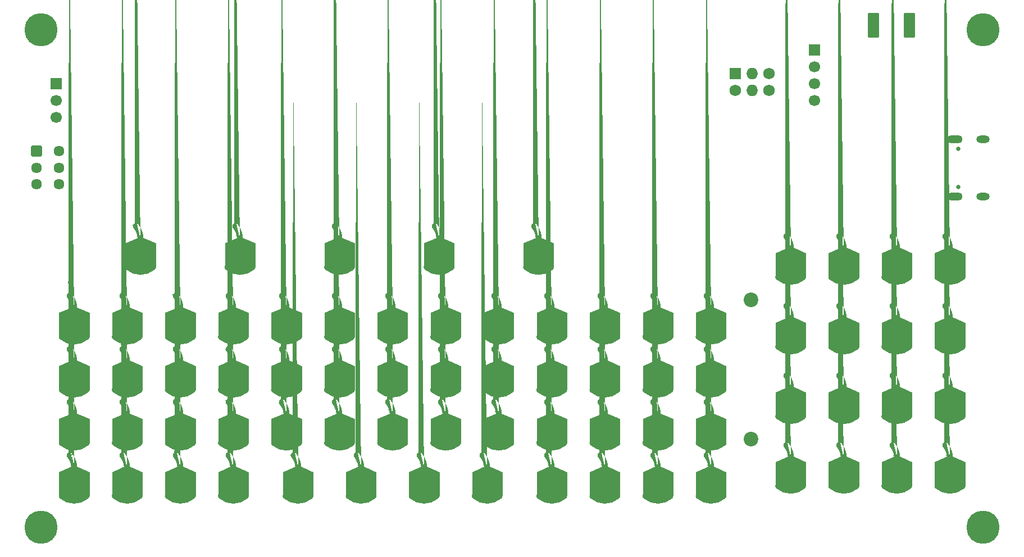
<source format=gbr>
%TF.GenerationSoftware,KiCad,Pcbnew,9.0.3*%
%TF.CreationDate,2025-10-17T08:06:55+02:00*%
%TF.ProjectId,communicator_pcb,636f6d6d-756e-4696-9361-746f725f7063,rev?*%
%TF.SameCoordinates,Original*%
%TF.FileFunction,Soldermask,Top*%
%TF.FilePolarity,Negative*%
%FSLAX46Y46*%
G04 Gerber Fmt 4.6, Leading zero omitted, Abs format (unit mm)*
G04 Created by KiCad (PCBNEW 9.0.3) date 2025-10-17 08:06:55*
%MOMM*%
%LPD*%
G01*
G04 APERTURE LIST*
G04 Aperture macros list*
%AMRoundRect*
0 Rectangle with rounded corners*
0 $1 Rounding radius*
0 $2 $3 $4 $5 $6 $7 $8 $9 X,Y pos of 4 corners*
0 Add a 4 corners polygon primitive as box body*
4,1,4,$2,$3,$4,$5,$6,$7,$8,$9,$2,$3,0*
0 Add four circle primitives for the rounded corners*
1,1,$1+$1,$2,$3*
1,1,$1+$1,$4,$5*
1,1,$1+$1,$6,$7*
1,1,$1+$1,$8,$9*
0 Add four rect primitives between the rounded corners*
20,1,$1+$1,$2,$3,$4,$5,0*
20,1,$1+$1,$4,$5,$6,$7,0*
20,1,$1+$1,$6,$7,$8,$9,0*
20,1,$1+$1,$8,$9,$2,$3,0*%
%AMFreePoly0*
4,1,52,-0.529408,2.274054,-0.424786,2.220629,-0.337556,2.141945,-0.132558,1.875050,0.044206,1.588672,0.190897,1.285787,0.305993,0.969542,0.388297,0.643224,0.436954,0.310222,0.451459,-0.026003,0.431660,-0.361958,0.377764,-0.694152,0.290330,-1.019133,0.170267,-1.333526,0.018823,-1.634062,-0.162429,-1.917620,-0.371606,-2.181254,-0.460064,-2.258554,-0.565515,-2.310325,-0.680771,-2.333039,
-0.797980,-2.325149,-0.909152,-2.287191,-1.006712,-2.221754,-1.084012,-2.133296,-1.135783,-2.027845,-1.158497,-1.912589,-1.150607,-1.795380,-1.112649,-1.684208,-1.047212,-1.586648,-0.952740,-1.479260,-0.790574,-1.243613,-0.657525,-0.990383,-0.555472,-0.723150,-0.485859,-0.445695,-0.449670,-0.161938,-0.447417,0.124109,-0.479132,0.408401,-0.544366,0.686919,-0.642197,0.955725,-0.771241,1.211020,
-0.929675,1.449193,-1.022444,1.558055,-1.086336,1.656633,-1.122538,1.768390,-1.128581,1.885708,-1.104054,2.000592,-1.050629,2.105214,-0.971945,2.192444,-0.873367,2.256336,-0.761610,2.292538,-0.644292,2.298581,-0.529408,2.274054,-0.529408,2.274054,$1*%
G04 Aperture macros list end*
%ADD10C,0.900000*%
%ADD11C,0.050000*%
%ADD12C,3.400000*%
%ADD13C,5.000000*%
%ADD14R,1.727200X1.727200*%
%ADD15C,1.727200*%
%ADD16O,1.727200X1.727200*%
%ADD17C,2.500000*%
%ADD18FreePoly0,90.000000*%
%ADD19R,1.700000X1.700000*%
%ADD20C,1.700000*%
%ADD21C,2.200000*%
%ADD22RoundRect,0.102000X-0.704000X0.704000X-0.704000X-0.704000X0.704000X-0.704000X0.704000X0.704000X0*%
%ADD23C,1.612000*%
%ADD24C,0.650000*%
%ADD25O,2.304000X1.254000*%
%ADD26O,2.004000X1.104000*%
%ADD27RoundRect,0.102000X-0.750000X1.750000X-0.750000X-1.750000X0.750000X-1.750000X0.750000X1.750000X0*%
G04 APERTURE END LIST*
D10*
%TO.C,SW1*%
X85849995Y-109313742D02*
G75*
G02*
X82135457Y-109301142I-1849996J2150344D01*
G01*
X85849995Y-117313742D02*
G75*
G02*
X82135457Y-117301142I-1849996J2150344D01*
G01*
X85849995Y-125313742D02*
G75*
G02*
X82135457Y-125301142I-1849996J2150344D01*
G01*
X85849995Y-133313742D02*
G75*
G02*
X82135457Y-133301142I-1849996J2150344D01*
G01*
X93849995Y-109313742D02*
G75*
G02*
X90135457Y-109301142I-1849996J2150344D01*
G01*
X93849995Y-117313742D02*
G75*
G02*
X90135457Y-117301142I-1849996J2150344D01*
G01*
X93849995Y-125313742D02*
G75*
G02*
X90135457Y-125301142I-1849996J2150344D01*
G01*
X93849995Y-133313742D02*
G75*
G02*
X90135457Y-133301142I-1849996J2150344D01*
G01*
X95849995Y-98813742D02*
G75*
G02*
X92135457Y-98801142I-1849996J2150344D01*
G01*
X101849995Y-109313742D02*
G75*
G02*
X98135457Y-109301142I-1849996J2150344D01*
G01*
X101849995Y-117313742D02*
G75*
G02*
X98135457Y-117301142I-1849996J2150344D01*
G01*
X101849995Y-125313742D02*
G75*
G02*
X98135457Y-125301142I-1849996J2150344D01*
G01*
X101849995Y-133313742D02*
G75*
G02*
X98135457Y-133301142I-1849996J2150344D01*
G01*
X109849995Y-109313742D02*
G75*
G02*
X106135457Y-109301142I-1849996J2150344D01*
G01*
X109849995Y-117313742D02*
G75*
G02*
X106135457Y-117301142I-1849996J2150344D01*
G01*
X109849995Y-125313742D02*
G75*
G02*
X106135457Y-125301142I-1849996J2150344D01*
G01*
X109849995Y-133313742D02*
G75*
G02*
X106135457Y-133301142I-1849996J2150344D01*
G01*
X110849995Y-98813742D02*
G75*
G02*
X107135457Y-98801142I-1849996J2150344D01*
G01*
X117849995Y-109313742D02*
G75*
G02*
X114135457Y-109301142I-1849996J2150344D01*
G01*
X117849995Y-117313742D02*
G75*
G02*
X114135457Y-117301142I-1849996J2150344D01*
G01*
X117849995Y-125313742D02*
G75*
G02*
X114135457Y-125301142I-1849996J2150344D01*
G01*
X119599995Y-133313742D02*
G75*
G02*
X115885457Y-133301142I-1849996J2150344D01*
G01*
X125849995Y-98813742D02*
G75*
G02*
X122135457Y-98801142I-1849996J2150344D01*
G01*
X125849995Y-109313742D02*
G75*
G02*
X122135457Y-109301142I-1849996J2150344D01*
G01*
X125849995Y-117313742D02*
G75*
G02*
X122135457Y-117301142I-1849996J2150344D01*
G01*
X125849995Y-125313742D02*
G75*
G02*
X122135457Y-125301142I-1849996J2150344D01*
G01*
X129099995Y-133313742D02*
G75*
G02*
X125385457Y-133301142I-1849996J2150344D01*
G01*
X133849995Y-109313742D02*
G75*
G02*
X130135457Y-109301142I-1849996J2150344D01*
G01*
X133849995Y-117313742D02*
G75*
G02*
X130135457Y-117301142I-1849996J2150344D01*
G01*
X133849995Y-125313742D02*
G75*
G02*
X130135457Y-125301142I-1849996J2150344D01*
G01*
X138599995Y-133313742D02*
G75*
G02*
X134885457Y-133301142I-1849996J2150344D01*
G01*
X140849995Y-98813742D02*
G75*
G02*
X137135457Y-98801142I-1849996J2150344D01*
G01*
X141849995Y-109313742D02*
G75*
G02*
X138135457Y-109301142I-1849996J2150344D01*
G01*
X141849995Y-117313742D02*
G75*
G02*
X138135457Y-117301142I-1849996J2150344D01*
G01*
X141849995Y-125313742D02*
G75*
G02*
X138135457Y-125301142I-1849996J2150344D01*
G01*
X148099995Y-133313742D02*
G75*
G02*
X144385457Y-133301142I-1849996J2150344D01*
G01*
X149849995Y-109313742D02*
G75*
G02*
X146135457Y-109301142I-1849996J2150344D01*
G01*
X149849995Y-117313742D02*
G75*
G02*
X146135457Y-117301142I-1849996J2150344D01*
G01*
X149849995Y-125313742D02*
G75*
G02*
X146135457Y-125301142I-1849996J2150344D01*
G01*
X155849995Y-98813742D02*
G75*
G02*
X152135458Y-98801141I-1849995J2150342D01*
G01*
X157849995Y-109313742D02*
G75*
G02*
X154135458Y-109301141I-1849995J2150342D01*
G01*
X157849995Y-117313742D02*
G75*
G02*
X154135458Y-117301141I-1849995J2150342D01*
G01*
X157849995Y-125313742D02*
G75*
G02*
X154135458Y-125301141I-1849995J2150342D01*
G01*
X157849995Y-133313742D02*
G75*
G02*
X154135458Y-133301141I-1849995J2150342D01*
G01*
X165849995Y-109313742D02*
G75*
G02*
X162135458Y-109301141I-1849995J2150342D01*
G01*
X165849995Y-117313742D02*
G75*
G02*
X162135458Y-117301141I-1849995J2150342D01*
G01*
X165849995Y-125313742D02*
G75*
G02*
X162135458Y-125301141I-1849995J2150342D01*
G01*
X165849995Y-133313742D02*
G75*
G02*
X162135458Y-133301141I-1849995J2150342D01*
G01*
X173849995Y-109313742D02*
G75*
G02*
X170135458Y-109301141I-1849995J2150342D01*
G01*
X173849995Y-117313742D02*
G75*
G02*
X170135458Y-117301141I-1849995J2150342D01*
G01*
X173849995Y-125313742D02*
G75*
G02*
X170135458Y-125301141I-1849995J2150342D01*
G01*
X173849995Y-133313742D02*
G75*
G02*
X170135458Y-133301141I-1849995J2150342D01*
G01*
X181849995Y-109313742D02*
G75*
G02*
X178135458Y-109301141I-1849995J2150342D01*
G01*
X181849995Y-117313742D02*
G75*
G02*
X178135458Y-117301141I-1849995J2150342D01*
G01*
X181849995Y-125313742D02*
G75*
G02*
X178135458Y-125301141I-1849995J2150342D01*
G01*
X181849995Y-133313742D02*
G75*
G02*
X178135458Y-133301141I-1849995J2150342D01*
G01*
X193849995Y-100313742D02*
G75*
G02*
X190135458Y-100301141I-1849995J2150342D01*
G01*
X193849995Y-110813742D02*
G75*
G02*
X190135458Y-110801141I-1849995J2150342D01*
G01*
X193849995Y-121313742D02*
G75*
G02*
X190135458Y-121301141I-1849995J2150342D01*
G01*
X193849995Y-131813742D02*
G75*
G02*
X190135458Y-131801141I-1849995J2150342D01*
G01*
X201849995Y-100313742D02*
G75*
G02*
X198135458Y-100301141I-1849995J2150342D01*
G01*
X201849995Y-110813742D02*
G75*
G02*
X198135458Y-110801141I-1849995J2150342D01*
G01*
X201849995Y-121313742D02*
G75*
G02*
X198135458Y-121301141I-1849995J2150342D01*
G01*
X201849995Y-131813742D02*
G75*
G02*
X198135458Y-131801141I-1849995J2150342D01*
G01*
X209849995Y-100313742D02*
G75*
G02*
X206135458Y-100301141I-1849995J2150342D01*
G01*
X209849995Y-110813742D02*
G75*
G02*
X206135458Y-110801141I-1849995J2150342D01*
G01*
X209849995Y-121313742D02*
G75*
G02*
X206135458Y-121301141I-1849995J2150342D01*
G01*
X209849995Y-131813742D02*
G75*
G02*
X206135458Y-131801141I-1849995J2150342D01*
G01*
X217849995Y-100313742D02*
G75*
G02*
X214135458Y-100301141I-1849995J2150342D01*
G01*
X217849995Y-110813742D02*
G75*
G02*
X214135458Y-110801141I-1849995J2150342D01*
G01*
X217849995Y-121313742D02*
G75*
G02*
X214135458Y-121301141I-1849995J2150342D01*
G01*
X217849995Y-131813742D02*
G75*
G02*
X214135458Y-131801141I-1849995J2150342D01*
G01*
D11*
X86250000Y-105700000D02*
X86250000Y-109300000D01*
X84000000Y-110300000D01*
X81750000Y-109300000D01*
X81750000Y-105700000D01*
X84000000Y-104700000D01*
X86250000Y-105700000D01*
G36*
X86250000Y-105700000D02*
G01*
X86250000Y-109300000D01*
X84000000Y-110300000D01*
X81750000Y-109300000D01*
X81750000Y-105700000D01*
X84000000Y-104700000D01*
X86250000Y-105700000D01*
G37*
X86250000Y-113700000D02*
X86250000Y-117300000D01*
X84000000Y-118300000D01*
X81750000Y-117300000D01*
X81750000Y-113700000D01*
X84000000Y-112700000D01*
X86250000Y-113700000D01*
G36*
X86250000Y-113700000D02*
G01*
X86250000Y-117300000D01*
X84000000Y-118300000D01*
X81750000Y-117300000D01*
X81750000Y-113700000D01*
X84000000Y-112700000D01*
X86250000Y-113700000D01*
G37*
X86250000Y-121700000D02*
X86250000Y-125300000D01*
X84000000Y-126300000D01*
X81750000Y-125300000D01*
X81750000Y-121700000D01*
X84000000Y-120700000D01*
X86250000Y-121700000D01*
G36*
X86250000Y-121700000D02*
G01*
X86250000Y-125300000D01*
X84000000Y-126300000D01*
X81750000Y-125300000D01*
X81750000Y-121700000D01*
X84000000Y-120700000D01*
X86250000Y-121700000D01*
G37*
X86250000Y-129700000D02*
X86250000Y-133300000D01*
X84000000Y-134300000D01*
X81750000Y-133300000D01*
X81750000Y-129700000D01*
X84000000Y-128700000D01*
X86250000Y-129700000D01*
G36*
X86250000Y-129700000D02*
G01*
X86250000Y-133300000D01*
X84000000Y-134300000D01*
X81750000Y-133300000D01*
X81750000Y-129700000D01*
X84000000Y-128700000D01*
X86250000Y-129700000D01*
G37*
X94250000Y-105700000D02*
X94250000Y-109300000D01*
X92000000Y-110300000D01*
X89750000Y-109300000D01*
X89750000Y-105700000D01*
X92000000Y-104700000D01*
X94250000Y-105700000D01*
G36*
X94250000Y-105700000D02*
G01*
X94250000Y-109300000D01*
X92000000Y-110300000D01*
X89750000Y-109300000D01*
X89750000Y-105700000D01*
X92000000Y-104700000D01*
X94250000Y-105700000D01*
G37*
X94250000Y-113700000D02*
X94250000Y-117300000D01*
X92000000Y-118300000D01*
X89750000Y-117300000D01*
X89750000Y-113700000D01*
X92000000Y-112700000D01*
X94250000Y-113700000D01*
G36*
X94250000Y-113700000D02*
G01*
X94250000Y-117300000D01*
X92000000Y-118300000D01*
X89750000Y-117300000D01*
X89750000Y-113700000D01*
X92000000Y-112700000D01*
X94250000Y-113700000D01*
G37*
X94250000Y-121700000D02*
X94250000Y-125300000D01*
X92000000Y-126300000D01*
X89750000Y-125300000D01*
X89750000Y-121700000D01*
X92000000Y-120700000D01*
X94250000Y-121700000D01*
G36*
X94250000Y-121700000D02*
G01*
X94250000Y-125300000D01*
X92000000Y-126300000D01*
X89750000Y-125300000D01*
X89750000Y-121700000D01*
X92000000Y-120700000D01*
X94250000Y-121700000D01*
G37*
X94250000Y-129700000D02*
X94250000Y-133300000D01*
X92000000Y-134300000D01*
X89750000Y-133300000D01*
X89750000Y-129700000D01*
X92000000Y-128700000D01*
X94250000Y-129700000D01*
G36*
X94250000Y-129700000D02*
G01*
X94250000Y-133300000D01*
X92000000Y-134300000D01*
X89750000Y-133300000D01*
X89750000Y-129700000D01*
X92000000Y-128700000D01*
X94250000Y-129700000D01*
G37*
X96250000Y-95200000D02*
X96250000Y-98800000D01*
X94000000Y-99800000D01*
X91750000Y-98800000D01*
X91750000Y-95200000D01*
X94000000Y-94200000D01*
X96250000Y-95200000D01*
G36*
X96250000Y-95200000D02*
G01*
X96250000Y-98800000D01*
X94000000Y-99800000D01*
X91750000Y-98800000D01*
X91750000Y-95200000D01*
X94000000Y-94200000D01*
X96250000Y-95200000D01*
G37*
X102250000Y-105700000D02*
X102250000Y-109300000D01*
X100000000Y-110300000D01*
X97750000Y-109300000D01*
X97750000Y-105700000D01*
X100000000Y-104700000D01*
X102250000Y-105700000D01*
G36*
X102250000Y-105700000D02*
G01*
X102250000Y-109300000D01*
X100000000Y-110300000D01*
X97750000Y-109300000D01*
X97750000Y-105700000D01*
X100000000Y-104700000D01*
X102250000Y-105700000D01*
G37*
X102250000Y-113700000D02*
X102250000Y-117300000D01*
X100000000Y-118300000D01*
X97750000Y-117300000D01*
X97750000Y-113700000D01*
X100000000Y-112700000D01*
X102250000Y-113700000D01*
G36*
X102250000Y-113700000D02*
G01*
X102250000Y-117300000D01*
X100000000Y-118300000D01*
X97750000Y-117300000D01*
X97750000Y-113700000D01*
X100000000Y-112700000D01*
X102250000Y-113700000D01*
G37*
X102250000Y-121700000D02*
X102250000Y-125300000D01*
X100000000Y-126300000D01*
X97750000Y-125300000D01*
X97750000Y-121700000D01*
X100000000Y-120700000D01*
X102250000Y-121700000D01*
G36*
X102250000Y-121700000D02*
G01*
X102250000Y-125300000D01*
X100000000Y-126300000D01*
X97750000Y-125300000D01*
X97750000Y-121700000D01*
X100000000Y-120700000D01*
X102250000Y-121700000D01*
G37*
X102250000Y-129700000D02*
X102250000Y-133300000D01*
X100000000Y-134300000D01*
X97750000Y-133300000D01*
X97750000Y-129700000D01*
X100000000Y-128700000D01*
X102250000Y-129700000D01*
G36*
X102250000Y-129700000D02*
G01*
X102250000Y-133300000D01*
X100000000Y-134300000D01*
X97750000Y-133300000D01*
X97750000Y-129700000D01*
X100000000Y-128700000D01*
X102250000Y-129700000D01*
G37*
X110250000Y-105700000D02*
X110250000Y-109300000D01*
X108000000Y-110300000D01*
X105750000Y-109300000D01*
X105750000Y-105700000D01*
X108000000Y-104700000D01*
X110250000Y-105700000D01*
G36*
X110250000Y-105700000D02*
G01*
X110250000Y-109300000D01*
X108000000Y-110300000D01*
X105750000Y-109300000D01*
X105750000Y-105700000D01*
X108000000Y-104700000D01*
X110250000Y-105700000D01*
G37*
X110250000Y-113700000D02*
X110250000Y-117300000D01*
X108000000Y-118300000D01*
X105750000Y-117300000D01*
X105750000Y-113700000D01*
X108000000Y-112700000D01*
X110250000Y-113700000D01*
G36*
X110250000Y-113700000D02*
G01*
X110250000Y-117300000D01*
X108000000Y-118300000D01*
X105750000Y-117300000D01*
X105750000Y-113700000D01*
X108000000Y-112700000D01*
X110250000Y-113700000D01*
G37*
X110250000Y-121700000D02*
X110250000Y-125300000D01*
X108000000Y-126300000D01*
X105750000Y-125300000D01*
X105750000Y-121700000D01*
X108000000Y-120700000D01*
X110250000Y-121700000D01*
G36*
X110250000Y-121700000D02*
G01*
X110250000Y-125300000D01*
X108000000Y-126300000D01*
X105750000Y-125300000D01*
X105750000Y-121700000D01*
X108000000Y-120700000D01*
X110250000Y-121700000D01*
G37*
X110250000Y-129700000D02*
X110250000Y-133300000D01*
X108000000Y-134300000D01*
X105750000Y-133300000D01*
X105750000Y-129700000D01*
X108000000Y-128700000D01*
X110250000Y-129700000D01*
G36*
X110250000Y-129700000D02*
G01*
X110250000Y-133300000D01*
X108000000Y-134300000D01*
X105750000Y-133300000D01*
X105750000Y-129700000D01*
X108000000Y-128700000D01*
X110250000Y-129700000D01*
G37*
X111250000Y-95200000D02*
X111250000Y-98800000D01*
X109000000Y-99800000D01*
X106750000Y-98800000D01*
X106750000Y-95200000D01*
X109000000Y-94200000D01*
X111250000Y-95200000D01*
G36*
X111250000Y-95200000D02*
G01*
X111250000Y-98800000D01*
X109000000Y-99800000D01*
X106750000Y-98800000D01*
X106750000Y-95200000D01*
X109000000Y-94200000D01*
X111250000Y-95200000D01*
G37*
X118250000Y-105700000D02*
X118250000Y-109300000D01*
X116000000Y-110300000D01*
X113750000Y-109300000D01*
X113750000Y-105700000D01*
X116000000Y-104700000D01*
X118250000Y-105700000D01*
G36*
X118250000Y-105700000D02*
G01*
X118250000Y-109300000D01*
X116000000Y-110300000D01*
X113750000Y-109300000D01*
X113750000Y-105700000D01*
X116000000Y-104700000D01*
X118250000Y-105700000D01*
G37*
X118250000Y-113700000D02*
X118250000Y-117300000D01*
X116000000Y-118300000D01*
X113750000Y-117300000D01*
X113750000Y-113700000D01*
X116000000Y-112700000D01*
X118250000Y-113700000D01*
G36*
X118250000Y-113700000D02*
G01*
X118250000Y-117300000D01*
X116000000Y-118300000D01*
X113750000Y-117300000D01*
X113750000Y-113700000D01*
X116000000Y-112700000D01*
X118250000Y-113700000D01*
G37*
X118250000Y-121700000D02*
X118250000Y-125300000D01*
X116000000Y-126300000D01*
X113750000Y-125300000D01*
X113750000Y-121700000D01*
X116000000Y-120700000D01*
X118250000Y-121700000D01*
G36*
X118250000Y-121700000D02*
G01*
X118250000Y-125300000D01*
X116000000Y-126300000D01*
X113750000Y-125300000D01*
X113750000Y-121700000D01*
X116000000Y-120700000D01*
X118250000Y-121700000D01*
G37*
X120000000Y-129700000D02*
X120000000Y-133300000D01*
X117750000Y-134300000D01*
X115500000Y-133300000D01*
X115500000Y-129700000D01*
X117750000Y-128700000D01*
X120000000Y-129700000D01*
G36*
X120000000Y-129700000D02*
G01*
X120000000Y-133300000D01*
X117750000Y-134300000D01*
X115500000Y-133300000D01*
X115500000Y-129700000D01*
X117750000Y-128700000D01*
X120000000Y-129700000D01*
G37*
X126250000Y-95200000D02*
X126250000Y-98800000D01*
X124000000Y-99800000D01*
X121750000Y-98800000D01*
X121750000Y-95200000D01*
X124000000Y-94200000D01*
X126250000Y-95200000D01*
G36*
X126250000Y-95200000D02*
G01*
X126250000Y-98800000D01*
X124000000Y-99800000D01*
X121750000Y-98800000D01*
X121750000Y-95200000D01*
X124000000Y-94200000D01*
X126250000Y-95200000D01*
G37*
X126250000Y-105700000D02*
X126250000Y-109300000D01*
X124000000Y-110300000D01*
X121750000Y-109300000D01*
X121750000Y-105700000D01*
X124000000Y-104700000D01*
X126250000Y-105700000D01*
G36*
X126250000Y-105700000D02*
G01*
X126250000Y-109300000D01*
X124000000Y-110300000D01*
X121750000Y-109300000D01*
X121750000Y-105700000D01*
X124000000Y-104700000D01*
X126250000Y-105700000D01*
G37*
X126250000Y-113700000D02*
X126250000Y-117300000D01*
X124000000Y-118300000D01*
X121750000Y-117300000D01*
X121750000Y-113700000D01*
X124000000Y-112700000D01*
X126250000Y-113700000D01*
G36*
X126250000Y-113700000D02*
G01*
X126250000Y-117300000D01*
X124000000Y-118300000D01*
X121750000Y-117300000D01*
X121750000Y-113700000D01*
X124000000Y-112700000D01*
X126250000Y-113700000D01*
G37*
X126250000Y-121700000D02*
X126250000Y-125300000D01*
X124000000Y-126300000D01*
X121750000Y-125300000D01*
X121750000Y-121700000D01*
X124000000Y-120700000D01*
X126250000Y-121700000D01*
G36*
X126250000Y-121700000D02*
G01*
X126250000Y-125300000D01*
X124000000Y-126300000D01*
X121750000Y-125300000D01*
X121750000Y-121700000D01*
X124000000Y-120700000D01*
X126250000Y-121700000D01*
G37*
X129500000Y-129700000D02*
X129500000Y-133300000D01*
X127250000Y-134300000D01*
X125000000Y-133300000D01*
X125000000Y-129700000D01*
X127250000Y-128700000D01*
X129500000Y-129700000D01*
G36*
X129500000Y-129700000D02*
G01*
X129500000Y-133300000D01*
X127250000Y-134300000D01*
X125000000Y-133300000D01*
X125000000Y-129700000D01*
X127250000Y-128700000D01*
X129500000Y-129700000D01*
G37*
X134250000Y-105700000D02*
X134250000Y-109300000D01*
X132000000Y-110300000D01*
X129750000Y-109300000D01*
X129750000Y-105700000D01*
X132000000Y-104700000D01*
X134250000Y-105700000D01*
G36*
X134250000Y-105700000D02*
G01*
X134250000Y-109300000D01*
X132000000Y-110300000D01*
X129750000Y-109300000D01*
X129750000Y-105700000D01*
X132000000Y-104700000D01*
X134250000Y-105700000D01*
G37*
X134250000Y-113700000D02*
X134250000Y-117300000D01*
X132000000Y-118300000D01*
X129750000Y-117300000D01*
X129750000Y-113700000D01*
X132000000Y-112700000D01*
X134250000Y-113700000D01*
G36*
X134250000Y-113700000D02*
G01*
X134250000Y-117300000D01*
X132000000Y-118300000D01*
X129750000Y-117300000D01*
X129750000Y-113700000D01*
X132000000Y-112700000D01*
X134250000Y-113700000D01*
G37*
X134250000Y-121700000D02*
X134250000Y-125300000D01*
X132000000Y-126300000D01*
X129750000Y-125300000D01*
X129750000Y-121700000D01*
X132000000Y-120700000D01*
X134250000Y-121700000D01*
G36*
X134250000Y-121700000D02*
G01*
X134250000Y-125300000D01*
X132000000Y-126300000D01*
X129750000Y-125300000D01*
X129750000Y-121700000D01*
X132000000Y-120700000D01*
X134250000Y-121700000D01*
G37*
X139000000Y-129700000D02*
X139000000Y-133300000D01*
X136750000Y-134300000D01*
X134500000Y-133300000D01*
X134500000Y-129700000D01*
X136750000Y-128700000D01*
X139000000Y-129700000D01*
G36*
X139000000Y-129700000D02*
G01*
X139000000Y-133300000D01*
X136750000Y-134300000D01*
X134500000Y-133300000D01*
X134500000Y-129700000D01*
X136750000Y-128700000D01*
X139000000Y-129700000D01*
G37*
X141250000Y-95200000D02*
X141250000Y-98800000D01*
X139000000Y-99800000D01*
X136750000Y-98800000D01*
X136750000Y-95200000D01*
X139000000Y-94200000D01*
X141250000Y-95200000D01*
G36*
X141250000Y-95200000D02*
G01*
X141250000Y-98800000D01*
X139000000Y-99800000D01*
X136750000Y-98800000D01*
X136750000Y-95200000D01*
X139000000Y-94200000D01*
X141250000Y-95200000D01*
G37*
X142250000Y-105700000D02*
X142250000Y-109300000D01*
X140000000Y-110300000D01*
X137750000Y-109300000D01*
X137750000Y-105700000D01*
X140000000Y-104700000D01*
X142250000Y-105700000D01*
G36*
X142250000Y-105700000D02*
G01*
X142250000Y-109300000D01*
X140000000Y-110300000D01*
X137750000Y-109300000D01*
X137750000Y-105700000D01*
X140000000Y-104700000D01*
X142250000Y-105700000D01*
G37*
X142250000Y-113700000D02*
X142250000Y-117300000D01*
X140000000Y-118300000D01*
X137750000Y-117300000D01*
X137750000Y-113700000D01*
X140000000Y-112700000D01*
X142250000Y-113700000D01*
G36*
X142250000Y-113700000D02*
G01*
X142250000Y-117300000D01*
X140000000Y-118300000D01*
X137750000Y-117300000D01*
X137750000Y-113700000D01*
X140000000Y-112700000D01*
X142250000Y-113700000D01*
G37*
X142250000Y-121700000D02*
X142250000Y-125300000D01*
X140000000Y-126300000D01*
X137750000Y-125300000D01*
X137750000Y-121700000D01*
X140000000Y-120700000D01*
X142250000Y-121700000D01*
G36*
X142250000Y-121700000D02*
G01*
X142250000Y-125300000D01*
X140000000Y-126300000D01*
X137750000Y-125300000D01*
X137750000Y-121700000D01*
X140000000Y-120700000D01*
X142250000Y-121700000D01*
G37*
X148500000Y-129700000D02*
X148500000Y-133300000D01*
X146250000Y-134300000D01*
X144000000Y-133300000D01*
X144000000Y-129700000D01*
X146250000Y-128700000D01*
X148500000Y-129700000D01*
G36*
X148500000Y-129700000D02*
G01*
X148500000Y-133300000D01*
X146250000Y-134300000D01*
X144000000Y-133300000D01*
X144000000Y-129700000D01*
X146250000Y-128700000D01*
X148500000Y-129700000D01*
G37*
X150250000Y-105700000D02*
X150250000Y-109300000D01*
X148000000Y-110300000D01*
X145750000Y-109300000D01*
X145750000Y-105700000D01*
X148000000Y-104700000D01*
X150250000Y-105700000D01*
G36*
X150250000Y-105700000D02*
G01*
X150250000Y-109300000D01*
X148000000Y-110300000D01*
X145750000Y-109300000D01*
X145750000Y-105700000D01*
X148000000Y-104700000D01*
X150250000Y-105700000D01*
G37*
X150250000Y-113700000D02*
X150250000Y-117300000D01*
X148000000Y-118300000D01*
X145750000Y-117300000D01*
X145750000Y-113700000D01*
X148000000Y-112700000D01*
X150250000Y-113700000D01*
G36*
X150250000Y-113700000D02*
G01*
X150250000Y-117300000D01*
X148000000Y-118300000D01*
X145750000Y-117300000D01*
X145750000Y-113700000D01*
X148000000Y-112700000D01*
X150250000Y-113700000D01*
G37*
X150250000Y-121700000D02*
X150250000Y-125300000D01*
X148000000Y-126300000D01*
X145750000Y-125300000D01*
X145750000Y-121700000D01*
X148000000Y-120700000D01*
X150250000Y-121700000D01*
G36*
X150250000Y-121700000D02*
G01*
X150250000Y-125300000D01*
X148000000Y-126300000D01*
X145750000Y-125300000D01*
X145750000Y-121700000D01*
X148000000Y-120700000D01*
X150250000Y-121700000D01*
G37*
X156250000Y-95200000D02*
X156250000Y-98800000D01*
X154000000Y-99800000D01*
X151750000Y-98800000D01*
X151750000Y-95200000D01*
X154000000Y-94200000D01*
X156250000Y-95200000D01*
G36*
X156250000Y-95200000D02*
G01*
X156250000Y-98800000D01*
X154000000Y-99800000D01*
X151750000Y-98800000D01*
X151750000Y-95200000D01*
X154000000Y-94200000D01*
X156250000Y-95200000D01*
G37*
X158250000Y-105700000D02*
X158250000Y-109300000D01*
X156000000Y-110300000D01*
X153750000Y-109300000D01*
X153750000Y-105700000D01*
X156000000Y-104700000D01*
X158250000Y-105700000D01*
G36*
X158250000Y-105700000D02*
G01*
X158250000Y-109300000D01*
X156000000Y-110300000D01*
X153750000Y-109300000D01*
X153750000Y-105700000D01*
X156000000Y-104700000D01*
X158250000Y-105700000D01*
G37*
X158250000Y-113700000D02*
X158250000Y-117300000D01*
X156000000Y-118300000D01*
X153750000Y-117300000D01*
X153750000Y-113700000D01*
X156000000Y-112700000D01*
X158250000Y-113700000D01*
G36*
X158250000Y-113700000D02*
G01*
X158250000Y-117300000D01*
X156000000Y-118300000D01*
X153750000Y-117300000D01*
X153750000Y-113700000D01*
X156000000Y-112700000D01*
X158250000Y-113700000D01*
G37*
X158250000Y-121700000D02*
X158250000Y-125300000D01*
X156000000Y-126300000D01*
X153750000Y-125300000D01*
X153750000Y-121700000D01*
X156000000Y-120700000D01*
X158250000Y-121700000D01*
G36*
X158250000Y-121700000D02*
G01*
X158250000Y-125300000D01*
X156000000Y-126300000D01*
X153750000Y-125300000D01*
X153750000Y-121700000D01*
X156000000Y-120700000D01*
X158250000Y-121700000D01*
G37*
X158250000Y-129700000D02*
X158250000Y-133300000D01*
X156000000Y-134300000D01*
X153750000Y-133300000D01*
X153750000Y-129700000D01*
X156000000Y-128700000D01*
X158250000Y-129700000D01*
G36*
X158250000Y-129700000D02*
G01*
X158250000Y-133300000D01*
X156000000Y-134300000D01*
X153750000Y-133300000D01*
X153750000Y-129700000D01*
X156000000Y-128700000D01*
X158250000Y-129700000D01*
G37*
X166250000Y-105700000D02*
X166250000Y-109300000D01*
X164000000Y-110300000D01*
X161750000Y-109300000D01*
X161750000Y-105700000D01*
X164000000Y-104700000D01*
X166250000Y-105700000D01*
G36*
X166250000Y-105700000D02*
G01*
X166250000Y-109300000D01*
X164000000Y-110300000D01*
X161750000Y-109300000D01*
X161750000Y-105700000D01*
X164000000Y-104700000D01*
X166250000Y-105700000D01*
G37*
X166250000Y-113700000D02*
X166250000Y-117300000D01*
X164000000Y-118300000D01*
X161750000Y-117300000D01*
X161750000Y-113700000D01*
X164000000Y-112700000D01*
X166250000Y-113700000D01*
G36*
X166250000Y-113700000D02*
G01*
X166250000Y-117300000D01*
X164000000Y-118300000D01*
X161750000Y-117300000D01*
X161750000Y-113700000D01*
X164000000Y-112700000D01*
X166250000Y-113700000D01*
G37*
X166250000Y-121700000D02*
X166250000Y-125300000D01*
X164000000Y-126300000D01*
X161750000Y-125300000D01*
X161750000Y-121700000D01*
X164000000Y-120700000D01*
X166250000Y-121700000D01*
G36*
X166250000Y-121700000D02*
G01*
X166250000Y-125300000D01*
X164000000Y-126300000D01*
X161750000Y-125300000D01*
X161750000Y-121700000D01*
X164000000Y-120700000D01*
X166250000Y-121700000D01*
G37*
X166250000Y-129700000D02*
X166250000Y-133300000D01*
X164000000Y-134300000D01*
X161750000Y-133300000D01*
X161750000Y-129700000D01*
X164000000Y-128700000D01*
X166250000Y-129700000D01*
G36*
X166250000Y-129700000D02*
G01*
X166250000Y-133300000D01*
X164000000Y-134300000D01*
X161750000Y-133300000D01*
X161750000Y-129700000D01*
X164000000Y-128700000D01*
X166250000Y-129700000D01*
G37*
X174250000Y-105700000D02*
X174250000Y-109300000D01*
X172000000Y-110300000D01*
X169750000Y-109300000D01*
X169750000Y-105700000D01*
X172000000Y-104700000D01*
X174250000Y-105700000D01*
G36*
X174250000Y-105700000D02*
G01*
X174250000Y-109300000D01*
X172000000Y-110300000D01*
X169750000Y-109300000D01*
X169750000Y-105700000D01*
X172000000Y-104700000D01*
X174250000Y-105700000D01*
G37*
X174250000Y-113700000D02*
X174250000Y-117300000D01*
X172000000Y-118300000D01*
X169750000Y-117300000D01*
X169750000Y-113700000D01*
X172000000Y-112700000D01*
X174250000Y-113700000D01*
G36*
X174250000Y-113700000D02*
G01*
X174250000Y-117300000D01*
X172000000Y-118300000D01*
X169750000Y-117300000D01*
X169750000Y-113700000D01*
X172000000Y-112700000D01*
X174250000Y-113700000D01*
G37*
X174250000Y-121700000D02*
X174250000Y-125300000D01*
X172000000Y-126300000D01*
X169750000Y-125300000D01*
X169750000Y-121700000D01*
X172000000Y-120700000D01*
X174250000Y-121700000D01*
G36*
X174250000Y-121700000D02*
G01*
X174250000Y-125300000D01*
X172000000Y-126300000D01*
X169750000Y-125300000D01*
X169750000Y-121700000D01*
X172000000Y-120700000D01*
X174250000Y-121700000D01*
G37*
X174250000Y-129700000D02*
X174250000Y-133300000D01*
X172000000Y-134300000D01*
X169750000Y-133300000D01*
X169750000Y-129700000D01*
X172000000Y-128700000D01*
X174250000Y-129700000D01*
G36*
X174250000Y-129700000D02*
G01*
X174250000Y-133300000D01*
X172000000Y-134300000D01*
X169750000Y-133300000D01*
X169750000Y-129700000D01*
X172000000Y-128700000D01*
X174250000Y-129700000D01*
G37*
X182250000Y-105700000D02*
X182250000Y-109300000D01*
X180000000Y-110300000D01*
X177750000Y-109300000D01*
X177750000Y-105700000D01*
X180000000Y-104700000D01*
X182250000Y-105700000D01*
G36*
X182250000Y-105700000D02*
G01*
X182250000Y-109300000D01*
X180000000Y-110300000D01*
X177750000Y-109300000D01*
X177750000Y-105700000D01*
X180000000Y-104700000D01*
X182250000Y-105700000D01*
G37*
X182250000Y-113700000D02*
X182250000Y-117300000D01*
X180000000Y-118300000D01*
X177750000Y-117300000D01*
X177750000Y-113700000D01*
X180000000Y-112700000D01*
X182250000Y-113700000D01*
G36*
X182250000Y-113700000D02*
G01*
X182250000Y-117300000D01*
X180000000Y-118300000D01*
X177750000Y-117300000D01*
X177750000Y-113700000D01*
X180000000Y-112700000D01*
X182250000Y-113700000D01*
G37*
X182250000Y-121700000D02*
X182250000Y-125300000D01*
X180000000Y-126300000D01*
X177750000Y-125300000D01*
X177750000Y-121700000D01*
X180000000Y-120700000D01*
X182250000Y-121700000D01*
G36*
X182250000Y-121700000D02*
G01*
X182250000Y-125300000D01*
X180000000Y-126300000D01*
X177750000Y-125300000D01*
X177750000Y-121700000D01*
X180000000Y-120700000D01*
X182250000Y-121700000D01*
G37*
X182250000Y-129700000D02*
X182250000Y-133300000D01*
X180000000Y-134300000D01*
X177750000Y-133300000D01*
X177750000Y-129700000D01*
X180000000Y-128700000D01*
X182250000Y-129700000D01*
G36*
X182250000Y-129700000D02*
G01*
X182250000Y-133300000D01*
X180000000Y-134300000D01*
X177750000Y-133300000D01*
X177750000Y-129700000D01*
X180000000Y-128700000D01*
X182250000Y-129700000D01*
G37*
X194250000Y-96700000D02*
X194250000Y-100300000D01*
X192000000Y-101300000D01*
X189750000Y-100300000D01*
X189750000Y-96700000D01*
X192000000Y-95700000D01*
X194250000Y-96700000D01*
G36*
X194250000Y-96700000D02*
G01*
X194250000Y-100300000D01*
X192000000Y-101300000D01*
X189750000Y-100300000D01*
X189750000Y-96700000D01*
X192000000Y-95700000D01*
X194250000Y-96700000D01*
G37*
X194250000Y-107200000D02*
X194250000Y-110800000D01*
X192000000Y-111800000D01*
X189750000Y-110800000D01*
X189750000Y-107200000D01*
X192000000Y-106200000D01*
X194250000Y-107200000D01*
G36*
X194250000Y-107200000D02*
G01*
X194250000Y-110800000D01*
X192000000Y-111800000D01*
X189750000Y-110800000D01*
X189750000Y-107200000D01*
X192000000Y-106200000D01*
X194250000Y-107200000D01*
G37*
X194250000Y-117700000D02*
X194250000Y-121300000D01*
X192000000Y-122300000D01*
X189750000Y-121300000D01*
X189750000Y-117700000D01*
X192000000Y-116700000D01*
X194250000Y-117700000D01*
G36*
X194250000Y-117700000D02*
G01*
X194250000Y-121300000D01*
X192000000Y-122300000D01*
X189750000Y-121300000D01*
X189750000Y-117700000D01*
X192000000Y-116700000D01*
X194250000Y-117700000D01*
G37*
X194250000Y-128200000D02*
X194250000Y-131800000D01*
X192000000Y-132800000D01*
X189750000Y-131800000D01*
X189750000Y-128200000D01*
X192000000Y-127200000D01*
X194250000Y-128200000D01*
G36*
X194250000Y-128200000D02*
G01*
X194250000Y-131800000D01*
X192000000Y-132800000D01*
X189750000Y-131800000D01*
X189750000Y-128200000D01*
X192000000Y-127200000D01*
X194250000Y-128200000D01*
G37*
X202250000Y-96700000D02*
X202250000Y-100300000D01*
X200000000Y-101300000D01*
X197750000Y-100300000D01*
X197750000Y-96700000D01*
X200000000Y-95700000D01*
X202250000Y-96700000D01*
G36*
X202250000Y-96700000D02*
G01*
X202250000Y-100300000D01*
X200000000Y-101300000D01*
X197750000Y-100300000D01*
X197750000Y-96700000D01*
X200000000Y-95700000D01*
X202250000Y-96700000D01*
G37*
X202250000Y-107200000D02*
X202250000Y-110800000D01*
X200000000Y-111800000D01*
X197750000Y-110800000D01*
X197750000Y-107200000D01*
X200000000Y-106200000D01*
X202250000Y-107200000D01*
G36*
X202250000Y-107200000D02*
G01*
X202250000Y-110800000D01*
X200000000Y-111800000D01*
X197750000Y-110800000D01*
X197750000Y-107200000D01*
X200000000Y-106200000D01*
X202250000Y-107200000D01*
G37*
X202250000Y-117700000D02*
X202250000Y-121300000D01*
X200000000Y-122300000D01*
X197750000Y-121300000D01*
X197750000Y-117700000D01*
X200000000Y-116700000D01*
X202250000Y-117700000D01*
G36*
X202250000Y-117700000D02*
G01*
X202250000Y-121300000D01*
X200000000Y-122300000D01*
X197750000Y-121300000D01*
X197750000Y-117700000D01*
X200000000Y-116700000D01*
X202250000Y-117700000D01*
G37*
X202250000Y-128200000D02*
X202250000Y-131800000D01*
X200000000Y-132800000D01*
X197750000Y-131800000D01*
X197750000Y-128200000D01*
X200000000Y-127200000D01*
X202250000Y-128200000D01*
G36*
X202250000Y-128200000D02*
G01*
X202250000Y-131800000D01*
X200000000Y-132800000D01*
X197750000Y-131800000D01*
X197750000Y-128200000D01*
X200000000Y-127200000D01*
X202250000Y-128200000D01*
G37*
X210250000Y-96700000D02*
X210250000Y-100300000D01*
X208000000Y-101300000D01*
X205750000Y-100300000D01*
X205750000Y-96700000D01*
X208000000Y-95700000D01*
X210250000Y-96700000D01*
G36*
X210250000Y-96700000D02*
G01*
X210250000Y-100300000D01*
X208000000Y-101300000D01*
X205750000Y-100300000D01*
X205750000Y-96700000D01*
X208000000Y-95700000D01*
X210250000Y-96700000D01*
G37*
X210250000Y-107200000D02*
X210250000Y-110800000D01*
X208000000Y-111800000D01*
X205750000Y-110800000D01*
X205750000Y-107200000D01*
X208000000Y-106200000D01*
X210250000Y-107200000D01*
G36*
X210250000Y-107200000D02*
G01*
X210250000Y-110800000D01*
X208000000Y-111800000D01*
X205750000Y-110800000D01*
X205750000Y-107200000D01*
X208000000Y-106200000D01*
X210250000Y-107200000D01*
G37*
X210250000Y-117700000D02*
X210250000Y-121300000D01*
X208000000Y-122300000D01*
X205750000Y-121300000D01*
X205750000Y-117700000D01*
X208000000Y-116700000D01*
X210250000Y-117700000D01*
G36*
X210250000Y-117700000D02*
G01*
X210250000Y-121300000D01*
X208000000Y-122300000D01*
X205750000Y-121300000D01*
X205750000Y-117700000D01*
X208000000Y-116700000D01*
X210250000Y-117700000D01*
G37*
X210250000Y-128200000D02*
X210250000Y-131800000D01*
X208000000Y-132800000D01*
X205750000Y-131800000D01*
X205750000Y-128200000D01*
X208000000Y-127200000D01*
X210250000Y-128200000D01*
G36*
X210250000Y-128200000D02*
G01*
X210250000Y-131800000D01*
X208000000Y-132800000D01*
X205750000Y-131800000D01*
X205750000Y-128200000D01*
X208000000Y-127200000D01*
X210250000Y-128200000D01*
G37*
X218250000Y-96700000D02*
X218250000Y-100300000D01*
X216000000Y-101300000D01*
X213750000Y-100300000D01*
X213750000Y-96700000D01*
X216000000Y-95700000D01*
X218250000Y-96700000D01*
G36*
X218250000Y-96700000D02*
G01*
X218250000Y-100300000D01*
X216000000Y-101300000D01*
X213750000Y-100300000D01*
X213750000Y-96700000D01*
X216000000Y-95700000D01*
X218250000Y-96700000D01*
G37*
X218250000Y-107200000D02*
X218250000Y-110800000D01*
X216000000Y-111800000D01*
X213750000Y-110800000D01*
X213750000Y-107200000D01*
X216000000Y-106200000D01*
X218250000Y-107200000D01*
G36*
X218250000Y-107200000D02*
G01*
X218250000Y-110800000D01*
X216000000Y-111800000D01*
X213750000Y-110800000D01*
X213750000Y-107200000D01*
X216000000Y-106200000D01*
X218250000Y-107200000D01*
G37*
X218250000Y-117700000D02*
X218250000Y-121300000D01*
X216000000Y-122300000D01*
X213750000Y-121300000D01*
X213750000Y-117700000D01*
X216000000Y-116700000D01*
X218250000Y-117700000D01*
G36*
X218250000Y-117700000D02*
G01*
X218250000Y-121300000D01*
X216000000Y-122300000D01*
X213750000Y-121300000D01*
X213750000Y-117700000D01*
X216000000Y-116700000D01*
X218250000Y-117700000D01*
G37*
X218250000Y-128200000D02*
X218250000Y-131800000D01*
X216000000Y-132800000D01*
X213750000Y-131800000D01*
X213750000Y-128200000D01*
X216000000Y-127200000D01*
X218250000Y-128200000D01*
G36*
X218250000Y-128200000D02*
G01*
X218250000Y-131800000D01*
X216000000Y-132800000D01*
X213750000Y-131800000D01*
X213750000Y-128200000D01*
X216000000Y-127200000D01*
X218250000Y-128200000D01*
G37*
%TD*%
D12*
%TO.C,REF\u002A\u002A*%
X221000000Y-138000000D03*
D13*
X221000000Y-138000000D03*
%TD*%
D12*
%TO.C,REF\u002A\u002A*%
X79000000Y-138000000D03*
D13*
X79000000Y-138000000D03*
%TD*%
D12*
%TO.C,REF\u002A\u002A*%
X221000000Y-63000000D03*
D13*
X221000000Y-63000000D03*
%TD*%
D14*
%TO.C,J8*%
X183642000Y-69596000D03*
D15*
X183642000Y-72136000D03*
D16*
X186182000Y-69596000D03*
X186182000Y-72136000D03*
D15*
X188722000Y-69596000D03*
X188722000Y-72136000D03*
%TD*%
D17*
%TO.C,SW1*%
X84000000Y-107500000D03*
X84000000Y-115500000D03*
X84000000Y-123500000D03*
X84000000Y-131500000D03*
X92000000Y-107500000D03*
X92000000Y-115500000D03*
X92000000Y-123500000D03*
X92000000Y-131500000D03*
X94000000Y-97000000D03*
X100000000Y-107500000D03*
X100000000Y-115500000D03*
X100000000Y-123500000D03*
X100000000Y-131500000D03*
X216000000Y-98500000D03*
X216000000Y-109000000D03*
X216000000Y-119500000D03*
X216000000Y-130000000D03*
X108000000Y-107500000D03*
X108000000Y-115500000D03*
X108000000Y-123500000D03*
X108000000Y-131500000D03*
X208000000Y-98500000D03*
X208000000Y-109000000D03*
X208000000Y-119500000D03*
X208000000Y-130000000D03*
X116000000Y-107500000D03*
X116000000Y-115500000D03*
X116000000Y-123500000D03*
X117750000Y-131500000D03*
X127250000Y-131500000D03*
X136750000Y-131500000D03*
X146250000Y-131500000D03*
X200000000Y-98500000D03*
X200000000Y-109000000D03*
X200000000Y-119500000D03*
X200000000Y-130000000D03*
X124000000Y-107500000D03*
X124000000Y-115500000D03*
X124000000Y-123500000D03*
X192000000Y-98500000D03*
X192000000Y-109000000D03*
X192000000Y-119500000D03*
X192000000Y-130000000D03*
X109000000Y-97000000D03*
X132000000Y-107500000D03*
X132000000Y-115500000D03*
X132000000Y-123500000D03*
X180000000Y-107500000D03*
X180000000Y-115500000D03*
X180000000Y-123500000D03*
X180000000Y-131500000D03*
X124000000Y-97000000D03*
X140000000Y-107500000D03*
X140000000Y-115500000D03*
X140000000Y-123500000D03*
X172000000Y-107500000D03*
X172000000Y-115500000D03*
X172000000Y-123500000D03*
X172000000Y-131500000D03*
X139000000Y-97000000D03*
X148000000Y-107500000D03*
X148000000Y-115500000D03*
X148000000Y-123500000D03*
X164000000Y-107500000D03*
X164000000Y-115500000D03*
X164000000Y-123500000D03*
X164000000Y-131500000D03*
X154000000Y-97000000D03*
X156000000Y-107500000D03*
X156000000Y-115500000D03*
X156000000Y-123500000D03*
X156000000Y-131500000D03*
D18*
X94000000Y-94500000D03*
X109000000Y-94500000D03*
X124000000Y-94500000D03*
X139000000Y-94500000D03*
X154000000Y-94500000D03*
X192000000Y-96000000D03*
X200000000Y-96000000D03*
X208000000Y-96000000D03*
X216000000Y-96000000D03*
X84000000Y-105000000D03*
X92000000Y-105000000D03*
X100000000Y-105000000D03*
X108000000Y-105000000D03*
X116000000Y-105000000D03*
X124000000Y-105000000D03*
X132000000Y-105000000D03*
X140000000Y-105000000D03*
X148000000Y-105000000D03*
X156000000Y-105000000D03*
X84000000Y-113000000D03*
X92000000Y-113000000D03*
X100000000Y-113000000D03*
X108000000Y-113000000D03*
X116000000Y-113000000D03*
X124000000Y-113000000D03*
X132000000Y-113000000D03*
X140000000Y-113000000D03*
X148000000Y-113000000D03*
X156000000Y-113000000D03*
X84000000Y-121000000D03*
X92000000Y-121000000D03*
X100000000Y-121000000D03*
X108000000Y-121000000D03*
X116000000Y-121000000D03*
X124000000Y-121000000D03*
X132000000Y-121000000D03*
X140000000Y-121000000D03*
X148000000Y-121000000D03*
X156000000Y-121000000D03*
X84000000Y-129000000D03*
X92000000Y-129000000D03*
X100000000Y-129000000D03*
X108000000Y-129000000D03*
X117750000Y-129000000D03*
X127250000Y-129000000D03*
X136750000Y-129000000D03*
X146250000Y-129000000D03*
X156000000Y-129000000D03*
X164000000Y-129000000D03*
X172000000Y-129000000D03*
X180000000Y-129000000D03*
X164000000Y-105000000D03*
X172000000Y-105000000D03*
X180000000Y-105000000D03*
X192000000Y-106500000D03*
X200000000Y-106500000D03*
X208000000Y-106500000D03*
X216000000Y-106500000D03*
X164000000Y-113000000D03*
X172000000Y-113000000D03*
X180000000Y-113000000D03*
X192000000Y-117000000D03*
X200000000Y-117000000D03*
X208000000Y-117000000D03*
X216000000Y-117000000D03*
X164000000Y-121000000D03*
X172000000Y-121000000D03*
X180000000Y-121000000D03*
X192000000Y-127500000D03*
X200000000Y-127500000D03*
X208000000Y-127500000D03*
X216000000Y-127500000D03*
%TD*%
D19*
%TO.C,J7*%
X81280000Y-71120000D03*
D20*
X81280000Y-73660000D03*
X81280000Y-76200000D03*
%TD*%
D21*
%TO.C,REF\u002A\u002A*%
X186000000Y-124750000D03*
%TD*%
%TO.C,REF\u002A\u002A*%
X186000000Y-103750000D03*
%TD*%
D12*
%TO.C,REF\u002A\u002A*%
X79000000Y-63000000D03*
D13*
X79000000Y-63000000D03*
%TD*%
D19*
%TO.C,J6*%
X195580000Y-66040000D03*
D20*
X195580000Y-68580000D03*
X195580000Y-71120000D03*
X195580000Y-73660000D03*
%TD*%
D22*
%TO.C,SW3*%
X78310000Y-81320000D03*
D23*
X78310000Y-83820000D03*
X78310000Y-86320000D03*
X81710000Y-81320000D03*
X81710000Y-83820000D03*
X81710000Y-86320000D03*
%TD*%
D24*
%TO.C,J1*%
X217300000Y-80930000D03*
X217300000Y-86710000D03*
D25*
X216800000Y-79500000D03*
X216800000Y-88140000D03*
D26*
X220980000Y-79500000D03*
X220980000Y-88140000D03*
%TD*%
D27*
%TO.C,J3*%
X204520000Y-62350000D03*
X209920000Y-62350000D03*
%TD*%
M02*

</source>
